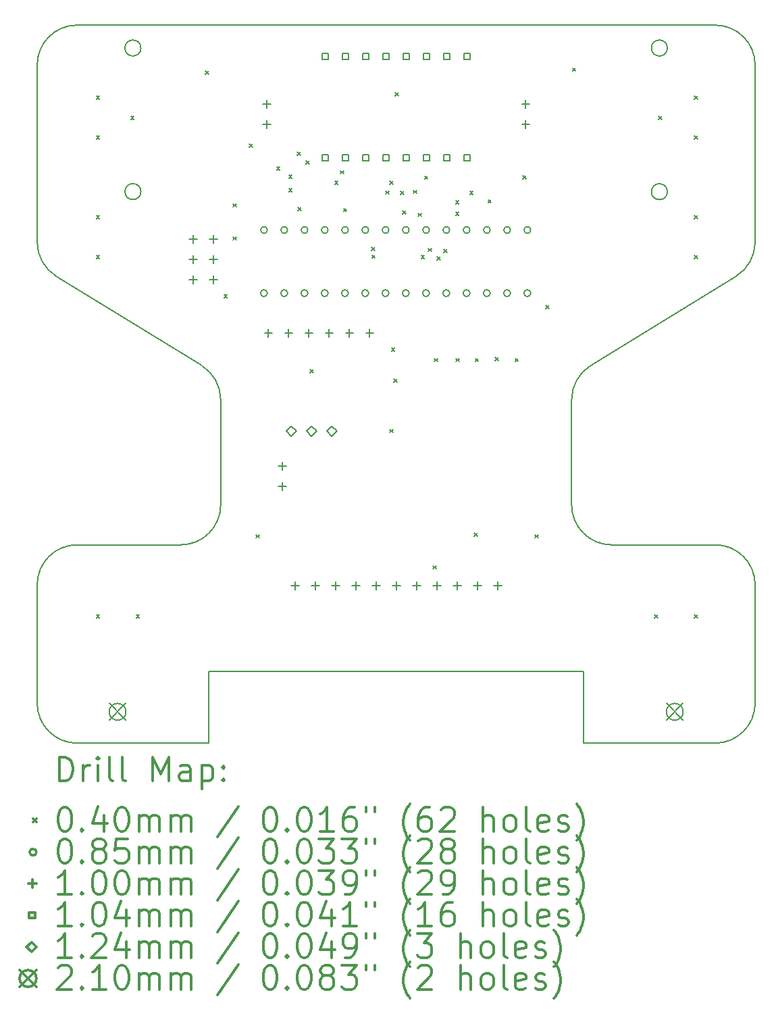
<source format=gbr>
%FSLAX45Y45*%
G04 Gerber Fmt 4.5, Leading zero omitted, Abs format (unit mm)*
G04 Created by KiCad (PCBNEW (5.1.6)-1) date 2022-02-26 01:22:01*
%MOMM*%
%LPD*%
G01*
G04 APERTURE LIST*
%TA.AperFunction,Profile*%
%ADD10C,0.150000*%
%TD*%
%TA.AperFunction,Profile*%
%ADD11C,0.200000*%
%TD*%
%ADD12C,0.200000*%
%ADD13C,0.300000*%
G04 APERTURE END LIST*
D10*
X17039000Y-6179000D02*
G75*
G03*
X17039000Y-6179000I-100000J0D01*
G01*
X17039000Y-4379000D02*
G75*
G03*
X17039000Y-4379000I-100000J0D01*
G01*
X23639000Y-6180000D02*
G75*
G03*
X23639000Y-6180000I-100000J0D01*
G01*
X23639000Y-4379000D02*
G75*
G03*
X23639000Y-4379000I-100000J0D01*
G01*
D11*
X24739000Y-12592000D02*
G75*
G02*
X24239000Y-13092000I-500000J0D01*
G01*
X22439000Y-8785613D02*
G75*
G02*
X22677108Y-8359806I500000J-119D01*
G01*
X18039000Y-8785732D02*
X18039000Y-10106214D01*
X24739000Y-6812600D02*
G75*
G02*
X24500891Y-7238407I-500000J119D01*
G01*
X15977108Y-7238407D02*
X17800891Y-8359806D01*
X24239000Y-4092000D02*
X16239000Y-4092000D01*
X15739000Y-11106214D02*
G75*
G02*
X16239000Y-10606214I500000J0D01*
G01*
X24239000Y-10606214D02*
G75*
G02*
X24739000Y-11106214I0J-500000D01*
G01*
X15739000Y-4592000D02*
X15739000Y-6812481D01*
X24739000Y-6812481D02*
X24739000Y-4592000D01*
X22939000Y-10606214D02*
G75*
G02*
X22439000Y-10106214I0J500000D01*
G01*
X15739000Y-4592000D02*
G75*
G02*
X16239000Y-4092000I500000J0D01*
G01*
X18039000Y-10106214D02*
G75*
G02*
X17539000Y-10606214I-500000J0D01*
G01*
X24239000Y-4092000D02*
G75*
G02*
X24739000Y-4592000I0J-500000D01*
G01*
X16239000Y-13092000D02*
G75*
G02*
X15739000Y-12592000I0J500000D01*
G01*
X15977007Y-7238345D02*
G75*
G02*
X15739000Y-6812481I261993J425864D01*
G01*
X17800993Y-8359869D02*
G75*
G02*
X18039000Y-8785732I-261993J-425864D01*
G01*
X17889000Y-12192000D02*
X22589000Y-12192000D01*
X22589000Y-13092000D02*
X24239000Y-13092000D01*
X15739000Y-11106214D02*
X15739000Y-12592000D01*
X22589000Y-12192000D02*
X22589000Y-13092000D01*
X24239000Y-10606214D02*
X22939000Y-10606214D01*
X24739000Y-12592000D02*
X24739000Y-11106214D01*
X22677108Y-8359806D02*
X24500891Y-7238407D01*
X17539000Y-10606214D02*
X16239000Y-10606214D01*
X16239000Y-13092000D02*
X17889000Y-13092000D01*
X22439000Y-10106214D02*
X22439000Y-8785732D01*
X17889000Y-13092000D02*
X17889000Y-12192000D01*
D12*
X16480000Y-4980000D02*
X16520000Y-5020000D01*
X16520000Y-4980000D02*
X16480000Y-5020000D01*
X16480000Y-5480000D02*
X16520000Y-5520000D01*
X16520000Y-5480000D02*
X16480000Y-5520000D01*
X16480000Y-6480000D02*
X16520000Y-6520000D01*
X16520000Y-6480000D02*
X16480000Y-6520000D01*
X16480000Y-6980000D02*
X16520000Y-7020000D01*
X16520000Y-6980000D02*
X16480000Y-7020000D01*
X16480000Y-11480000D02*
X16520000Y-11520000D01*
X16520000Y-11480000D02*
X16480000Y-11520000D01*
X16912000Y-5235000D02*
X16952000Y-5275000D01*
X16952000Y-5235000D02*
X16912000Y-5275000D01*
X16980000Y-11480000D02*
X17020000Y-11520000D01*
X17020000Y-11480000D02*
X16980000Y-11520000D01*
X17850000Y-4670000D02*
X17890000Y-4710000D01*
X17890000Y-4670000D02*
X17850000Y-4710000D01*
X18080000Y-7470000D02*
X18120000Y-7510000D01*
X18120000Y-7470000D02*
X18080000Y-7510000D01*
X18195000Y-6330000D02*
X18235000Y-6370000D01*
X18235000Y-6330000D02*
X18195000Y-6370000D01*
X18197000Y-6747000D02*
X18237000Y-6787000D01*
X18237000Y-6747000D02*
X18197000Y-6787000D01*
X18400000Y-5580000D02*
X18440000Y-5620000D01*
X18440000Y-5580000D02*
X18400000Y-5620000D01*
X18480000Y-10480000D02*
X18520000Y-10520000D01*
X18520000Y-10480000D02*
X18480000Y-10520000D01*
X18740000Y-5870000D02*
X18780000Y-5910000D01*
X18780000Y-5870000D02*
X18740000Y-5910000D01*
X18893000Y-5969000D02*
X18933000Y-6009000D01*
X18933000Y-5969000D02*
X18893000Y-6009000D01*
X18893000Y-6138000D02*
X18933000Y-6178000D01*
X18933000Y-6138000D02*
X18893000Y-6178000D01*
X19002235Y-5684235D02*
X19042235Y-5724235D01*
X19042235Y-5684235D02*
X19002235Y-5724235D01*
X19010000Y-6380000D02*
X19050000Y-6420000D01*
X19050000Y-6380000D02*
X19010000Y-6420000D01*
X19109000Y-5791000D02*
X19149000Y-5831000D01*
X19149000Y-5791000D02*
X19109000Y-5831000D01*
X19160000Y-8410000D02*
X19200000Y-8450000D01*
X19200000Y-8410000D02*
X19160000Y-8450000D01*
X19470000Y-6050000D02*
X19510000Y-6090000D01*
X19510000Y-6050000D02*
X19470000Y-6090000D01*
X19540735Y-5915735D02*
X19580735Y-5955735D01*
X19580735Y-5915735D02*
X19540735Y-5955735D01*
X19580000Y-6390000D02*
X19620000Y-6430000D01*
X19620000Y-6390000D02*
X19580000Y-6430000D01*
X19930000Y-6875000D02*
X19970000Y-6915000D01*
X19970000Y-6875000D02*
X19930000Y-6915000D01*
X19936000Y-6975000D02*
X19976000Y-7015000D01*
X19976000Y-6975000D02*
X19936000Y-7015000D01*
X20108000Y-6170000D02*
X20148000Y-6210000D01*
X20148000Y-6170000D02*
X20108000Y-6210000D01*
X20160000Y-9160000D02*
X20200000Y-9200000D01*
X20200000Y-9160000D02*
X20160000Y-9200000D01*
X20162000Y-6047000D02*
X20202000Y-6087000D01*
X20202000Y-6047000D02*
X20162000Y-6087000D01*
X20180000Y-8140000D02*
X20220000Y-8180000D01*
X20220000Y-8140000D02*
X20180000Y-8180000D01*
X20210000Y-8530000D02*
X20250000Y-8570000D01*
X20250000Y-8530000D02*
X20210000Y-8570000D01*
X20230000Y-4940000D02*
X20270000Y-4980000D01*
X20270000Y-4940000D02*
X20230000Y-4980000D01*
X20295625Y-6177000D02*
X20335625Y-6217000D01*
X20335625Y-6177000D02*
X20295625Y-6217000D01*
X20320000Y-6420000D02*
X20360000Y-6460000D01*
X20360000Y-6420000D02*
X20320000Y-6460000D01*
X20457000Y-6162000D02*
X20497000Y-6202000D01*
X20497000Y-6162000D02*
X20457000Y-6202000D01*
X20512000Y-6449000D02*
X20552000Y-6489000D01*
X20552000Y-6449000D02*
X20512000Y-6489000D01*
X20552000Y-6981000D02*
X20592000Y-7021000D01*
X20592000Y-6981000D02*
X20552000Y-7021000D01*
X20595000Y-5983000D02*
X20635000Y-6023000D01*
X20635000Y-5983000D02*
X20595000Y-6023000D01*
X20643031Y-6891031D02*
X20683031Y-6931031D01*
X20683031Y-6891031D02*
X20643031Y-6931031D01*
X20700000Y-10870000D02*
X20740000Y-10910000D01*
X20740000Y-10870000D02*
X20700000Y-10910000D01*
X20720000Y-8270000D02*
X20760000Y-8310000D01*
X20760000Y-8270000D02*
X20720000Y-8310000D01*
X20752000Y-6993000D02*
X20792000Y-7033000D01*
X20792000Y-6993000D02*
X20752000Y-7033000D01*
X20836061Y-6903061D02*
X20876061Y-6943061D01*
X20876061Y-6903061D02*
X20836061Y-6943061D01*
X20984000Y-6290500D02*
X21024000Y-6330500D01*
X21024000Y-6290500D02*
X20984000Y-6330500D01*
X20984000Y-6435500D02*
X21024000Y-6475500D01*
X21024000Y-6435500D02*
X20984000Y-6475500D01*
X20990000Y-8270000D02*
X21030000Y-8310000D01*
X21030000Y-8270000D02*
X20990000Y-8310000D01*
X21162042Y-6177000D02*
X21202042Y-6217000D01*
X21202042Y-6177000D02*
X21162042Y-6217000D01*
X21220000Y-10460000D02*
X21260000Y-10500000D01*
X21260000Y-10460000D02*
X21220000Y-10500000D01*
X21230000Y-8270000D02*
X21270000Y-8310000D01*
X21270000Y-8270000D02*
X21230000Y-8310000D01*
X21390000Y-6281000D02*
X21430000Y-6321000D01*
X21430000Y-6281000D02*
X21390000Y-6321000D01*
X21480000Y-8260000D02*
X21520000Y-8300000D01*
X21520000Y-8260000D02*
X21480000Y-8300000D01*
X21730000Y-8270000D02*
X21770000Y-8310000D01*
X21770000Y-8270000D02*
X21730000Y-8310000D01*
X21830000Y-5980000D02*
X21870000Y-6020000D01*
X21870000Y-5980000D02*
X21830000Y-6020000D01*
X21980000Y-10480000D02*
X22020000Y-10520000D01*
X22020000Y-10480000D02*
X21980000Y-10520000D01*
X22118000Y-7608000D02*
X22158000Y-7648000D01*
X22158000Y-7608000D02*
X22118000Y-7648000D01*
X22450000Y-4630000D02*
X22490000Y-4670000D01*
X22490000Y-4630000D02*
X22450000Y-4670000D01*
X23480000Y-11480000D02*
X23520000Y-11520000D01*
X23520000Y-11480000D02*
X23480000Y-11520000D01*
X23530000Y-5235000D02*
X23570000Y-5275000D01*
X23570000Y-5235000D02*
X23530000Y-5275000D01*
X23980000Y-4980000D02*
X24020000Y-5020000D01*
X24020000Y-4980000D02*
X23980000Y-5020000D01*
X23980000Y-5480000D02*
X24020000Y-5520000D01*
X24020000Y-5480000D02*
X23980000Y-5520000D01*
X23980000Y-6480000D02*
X24020000Y-6520000D01*
X24020000Y-6480000D02*
X23980000Y-6520000D01*
X23980000Y-6980000D02*
X24020000Y-7020000D01*
X24020000Y-6980000D02*
X23980000Y-7020000D01*
X23980000Y-11480000D02*
X24020000Y-11520000D01*
X24020000Y-11480000D02*
X23980000Y-11520000D01*
X18624500Y-6660000D02*
G75*
G03*
X18624500Y-6660000I-42500J0D01*
G01*
X18624500Y-7452000D02*
G75*
G03*
X18624500Y-7452000I-42500J0D01*
G01*
X18878500Y-6660000D02*
G75*
G03*
X18878500Y-6660000I-42500J0D01*
G01*
X18878500Y-7452000D02*
G75*
G03*
X18878500Y-7452000I-42500J0D01*
G01*
X19132500Y-6660000D02*
G75*
G03*
X19132500Y-6660000I-42500J0D01*
G01*
X19132500Y-7452000D02*
G75*
G03*
X19132500Y-7452000I-42500J0D01*
G01*
X19386500Y-6660000D02*
G75*
G03*
X19386500Y-6660000I-42500J0D01*
G01*
X19386500Y-7452000D02*
G75*
G03*
X19386500Y-7452000I-42500J0D01*
G01*
X19640500Y-6660000D02*
G75*
G03*
X19640500Y-6660000I-42500J0D01*
G01*
X19640500Y-7452000D02*
G75*
G03*
X19640500Y-7452000I-42500J0D01*
G01*
X19894500Y-6660000D02*
G75*
G03*
X19894500Y-6660000I-42500J0D01*
G01*
X19894500Y-7452000D02*
G75*
G03*
X19894500Y-7452000I-42500J0D01*
G01*
X20148500Y-6660000D02*
G75*
G03*
X20148500Y-6660000I-42500J0D01*
G01*
X20148500Y-7452000D02*
G75*
G03*
X20148500Y-7452000I-42500J0D01*
G01*
X20402500Y-6660000D02*
G75*
G03*
X20402500Y-6660000I-42500J0D01*
G01*
X20402500Y-7452000D02*
G75*
G03*
X20402500Y-7452000I-42500J0D01*
G01*
X20656500Y-6660000D02*
G75*
G03*
X20656500Y-6660000I-42500J0D01*
G01*
X20656500Y-7452000D02*
G75*
G03*
X20656500Y-7452000I-42500J0D01*
G01*
X20910500Y-6660000D02*
G75*
G03*
X20910500Y-6660000I-42500J0D01*
G01*
X20910500Y-7452000D02*
G75*
G03*
X20910500Y-7452000I-42500J0D01*
G01*
X21164500Y-6660000D02*
G75*
G03*
X21164500Y-6660000I-42500J0D01*
G01*
X21164500Y-7452000D02*
G75*
G03*
X21164500Y-7452000I-42500J0D01*
G01*
X21418500Y-6660000D02*
G75*
G03*
X21418500Y-6660000I-42500J0D01*
G01*
X21418500Y-7452000D02*
G75*
G03*
X21418500Y-7452000I-42500J0D01*
G01*
X21672500Y-6660000D02*
G75*
G03*
X21672500Y-6660000I-42500J0D01*
G01*
X21672500Y-7452000D02*
G75*
G03*
X21672500Y-7452000I-42500J0D01*
G01*
X21926500Y-6660000D02*
G75*
G03*
X21926500Y-6660000I-42500J0D01*
G01*
X21926500Y-7452000D02*
G75*
G03*
X21926500Y-7452000I-42500J0D01*
G01*
X18809000Y-9568000D02*
X18809000Y-9668000D01*
X18759000Y-9618000D02*
X18859000Y-9618000D01*
X18809000Y-9822000D02*
X18809000Y-9922000D01*
X18759000Y-9872000D02*
X18859000Y-9872000D01*
X18638000Y-7899000D02*
X18638000Y-7999000D01*
X18588000Y-7949000D02*
X18688000Y-7949000D01*
X18892000Y-7899000D02*
X18892000Y-7999000D01*
X18842000Y-7949000D02*
X18942000Y-7949000D01*
X19146000Y-7899000D02*
X19146000Y-7999000D01*
X19096000Y-7949000D02*
X19196000Y-7949000D01*
X19400000Y-7899000D02*
X19400000Y-7999000D01*
X19350000Y-7949000D02*
X19450000Y-7949000D01*
X19654000Y-7899000D02*
X19654000Y-7999000D01*
X19604000Y-7949000D02*
X19704000Y-7949000D01*
X19908000Y-7899000D02*
X19908000Y-7999000D01*
X19858000Y-7949000D02*
X19958000Y-7949000D01*
X17697000Y-6726000D02*
X17697000Y-6826000D01*
X17647000Y-6776000D02*
X17747000Y-6776000D01*
X17697000Y-6980000D02*
X17697000Y-7080000D01*
X17647000Y-7030000D02*
X17747000Y-7030000D01*
X17697000Y-7234000D02*
X17697000Y-7334000D01*
X17647000Y-7284000D02*
X17747000Y-7284000D01*
X17951000Y-6726000D02*
X17951000Y-6826000D01*
X17901000Y-6776000D02*
X18001000Y-6776000D01*
X17951000Y-6980000D02*
X17951000Y-7080000D01*
X17901000Y-7030000D02*
X18001000Y-7030000D01*
X17951000Y-7234000D02*
X17951000Y-7334000D01*
X17901000Y-7284000D02*
X18001000Y-7284000D01*
X18970000Y-11068000D02*
X18970000Y-11168000D01*
X18920000Y-11118000D02*
X19020000Y-11118000D01*
X19224000Y-11068000D02*
X19224000Y-11168000D01*
X19174000Y-11118000D02*
X19274000Y-11118000D01*
X19478000Y-11068000D02*
X19478000Y-11168000D01*
X19428000Y-11118000D02*
X19528000Y-11118000D01*
X19732000Y-11068000D02*
X19732000Y-11168000D01*
X19682000Y-11118000D02*
X19782000Y-11118000D01*
X19986000Y-11068000D02*
X19986000Y-11168000D01*
X19936000Y-11118000D02*
X20036000Y-11118000D01*
X20240000Y-11068000D02*
X20240000Y-11168000D01*
X20190000Y-11118000D02*
X20290000Y-11118000D01*
X20494000Y-11068000D02*
X20494000Y-11168000D01*
X20444000Y-11118000D02*
X20544000Y-11118000D01*
X20748000Y-11068000D02*
X20748000Y-11168000D01*
X20698000Y-11118000D02*
X20798000Y-11118000D01*
X21002000Y-11068000D02*
X21002000Y-11168000D01*
X20952000Y-11118000D02*
X21052000Y-11118000D01*
X21256000Y-11068000D02*
X21256000Y-11168000D01*
X21206000Y-11118000D02*
X21306000Y-11118000D01*
X21510000Y-11068000D02*
X21510000Y-11168000D01*
X21460000Y-11118000D02*
X21560000Y-11118000D01*
X18616000Y-5034000D02*
X18616000Y-5134000D01*
X18566000Y-5084000D02*
X18666000Y-5084000D01*
X18616000Y-5288000D02*
X18616000Y-5388000D01*
X18566000Y-5338000D02*
X18666000Y-5338000D01*
X21864000Y-5030000D02*
X21864000Y-5130000D01*
X21814000Y-5080000D02*
X21914000Y-5080000D01*
X21864000Y-5284000D02*
X21864000Y-5384000D01*
X21814000Y-5334000D02*
X21914000Y-5334000D01*
X19387770Y-4521770D02*
X19387770Y-4448230D01*
X19314230Y-4448230D01*
X19314230Y-4521770D01*
X19387770Y-4521770D01*
X19387770Y-5791770D02*
X19387770Y-5718230D01*
X19314230Y-5718230D01*
X19314230Y-5791770D01*
X19387770Y-5791770D01*
X19641770Y-4521770D02*
X19641770Y-4448230D01*
X19568230Y-4448230D01*
X19568230Y-4521770D01*
X19641770Y-4521770D01*
X19641770Y-5791770D02*
X19641770Y-5718230D01*
X19568230Y-5718230D01*
X19568230Y-5791770D01*
X19641770Y-5791770D01*
X19895770Y-4521770D02*
X19895770Y-4448230D01*
X19822230Y-4448230D01*
X19822230Y-4521770D01*
X19895770Y-4521770D01*
X19895770Y-5791770D02*
X19895770Y-5718230D01*
X19822230Y-5718230D01*
X19822230Y-5791770D01*
X19895770Y-5791770D01*
X20149770Y-4521770D02*
X20149770Y-4448230D01*
X20076230Y-4448230D01*
X20076230Y-4521770D01*
X20149770Y-4521770D01*
X20149770Y-5791770D02*
X20149770Y-5718230D01*
X20076230Y-5718230D01*
X20076230Y-5791770D01*
X20149770Y-5791770D01*
X20403770Y-4521770D02*
X20403770Y-4448230D01*
X20330230Y-4448230D01*
X20330230Y-4521770D01*
X20403770Y-4521770D01*
X20403770Y-5791770D02*
X20403770Y-5718230D01*
X20330230Y-5718230D01*
X20330230Y-5791770D01*
X20403770Y-5791770D01*
X20657770Y-4521770D02*
X20657770Y-4448230D01*
X20584230Y-4448230D01*
X20584230Y-4521770D01*
X20657770Y-4521770D01*
X20657770Y-5791770D02*
X20657770Y-5718230D01*
X20584230Y-5718230D01*
X20584230Y-5791770D01*
X20657770Y-5791770D01*
X20911770Y-4521770D02*
X20911770Y-4448230D01*
X20838230Y-4448230D01*
X20838230Y-4521770D01*
X20911770Y-4521770D01*
X20911770Y-5791770D02*
X20911770Y-5718230D01*
X20838230Y-5718230D01*
X20838230Y-5791770D01*
X20911770Y-5791770D01*
X21165770Y-4521770D02*
X21165770Y-4448230D01*
X21092230Y-4448230D01*
X21092230Y-4521770D01*
X21165770Y-4521770D01*
X21165770Y-5791770D02*
X21165770Y-5718230D01*
X21092230Y-5718230D01*
X21092230Y-5791770D01*
X21165770Y-5791770D01*
X18925000Y-9244000D02*
X18987000Y-9182000D01*
X18925000Y-9120000D01*
X18863000Y-9182000D01*
X18925000Y-9244000D01*
X19179000Y-9244000D02*
X19241000Y-9182000D01*
X19179000Y-9120000D01*
X19117000Y-9182000D01*
X19179000Y-9244000D01*
X19433000Y-9244000D02*
X19495000Y-9182000D01*
X19433000Y-9120000D01*
X19371000Y-9182000D01*
X19433000Y-9244000D01*
X16641500Y-12594000D02*
X16851500Y-12804000D01*
X16851500Y-12594000D02*
X16641500Y-12804000D01*
X16851500Y-12699000D02*
G75*
G03*
X16851500Y-12699000I-105000J0D01*
G01*
X23626500Y-12594000D02*
X23836500Y-12804000D01*
X23836500Y-12594000D02*
X23626500Y-12804000D01*
X23836500Y-12699000D02*
G75*
G03*
X23836500Y-12699000I-105000J0D01*
G01*
D13*
X16015428Y-13567714D02*
X16015428Y-13267714D01*
X16086857Y-13267714D01*
X16129714Y-13282000D01*
X16158286Y-13310571D01*
X16172571Y-13339143D01*
X16186857Y-13396286D01*
X16186857Y-13439143D01*
X16172571Y-13496286D01*
X16158286Y-13524857D01*
X16129714Y-13553429D01*
X16086857Y-13567714D01*
X16015428Y-13567714D01*
X16315428Y-13567714D02*
X16315428Y-13367714D01*
X16315428Y-13424857D02*
X16329714Y-13396286D01*
X16344000Y-13382000D01*
X16372571Y-13367714D01*
X16401143Y-13367714D01*
X16501143Y-13567714D02*
X16501143Y-13367714D01*
X16501143Y-13267714D02*
X16486857Y-13282000D01*
X16501143Y-13296286D01*
X16515428Y-13282000D01*
X16501143Y-13267714D01*
X16501143Y-13296286D01*
X16686857Y-13567714D02*
X16658286Y-13553429D01*
X16644000Y-13524857D01*
X16644000Y-13267714D01*
X16844000Y-13567714D02*
X16815428Y-13553429D01*
X16801143Y-13524857D01*
X16801143Y-13267714D01*
X17186857Y-13567714D02*
X17186857Y-13267714D01*
X17286857Y-13482000D01*
X17386857Y-13267714D01*
X17386857Y-13567714D01*
X17658286Y-13567714D02*
X17658286Y-13410571D01*
X17644000Y-13382000D01*
X17615428Y-13367714D01*
X17558286Y-13367714D01*
X17529714Y-13382000D01*
X17658286Y-13553429D02*
X17629714Y-13567714D01*
X17558286Y-13567714D01*
X17529714Y-13553429D01*
X17515428Y-13524857D01*
X17515428Y-13496286D01*
X17529714Y-13467714D01*
X17558286Y-13453429D01*
X17629714Y-13453429D01*
X17658286Y-13439143D01*
X17801143Y-13367714D02*
X17801143Y-13667714D01*
X17801143Y-13382000D02*
X17829714Y-13367714D01*
X17886857Y-13367714D01*
X17915428Y-13382000D01*
X17929714Y-13396286D01*
X17944000Y-13424857D01*
X17944000Y-13510571D01*
X17929714Y-13539143D01*
X17915428Y-13553429D01*
X17886857Y-13567714D01*
X17829714Y-13567714D01*
X17801143Y-13553429D01*
X18072571Y-13539143D02*
X18086857Y-13553429D01*
X18072571Y-13567714D01*
X18058286Y-13553429D01*
X18072571Y-13539143D01*
X18072571Y-13567714D01*
X18072571Y-13382000D02*
X18086857Y-13396286D01*
X18072571Y-13410571D01*
X18058286Y-13396286D01*
X18072571Y-13382000D01*
X18072571Y-13410571D01*
X15689000Y-14042000D02*
X15729000Y-14082000D01*
X15729000Y-14042000D02*
X15689000Y-14082000D01*
X16072571Y-13897714D02*
X16101143Y-13897714D01*
X16129714Y-13912000D01*
X16144000Y-13926286D01*
X16158286Y-13954857D01*
X16172571Y-14012000D01*
X16172571Y-14083429D01*
X16158286Y-14140571D01*
X16144000Y-14169143D01*
X16129714Y-14183429D01*
X16101143Y-14197714D01*
X16072571Y-14197714D01*
X16044000Y-14183429D01*
X16029714Y-14169143D01*
X16015428Y-14140571D01*
X16001143Y-14083429D01*
X16001143Y-14012000D01*
X16015428Y-13954857D01*
X16029714Y-13926286D01*
X16044000Y-13912000D01*
X16072571Y-13897714D01*
X16301143Y-14169143D02*
X16315428Y-14183429D01*
X16301143Y-14197714D01*
X16286857Y-14183429D01*
X16301143Y-14169143D01*
X16301143Y-14197714D01*
X16572571Y-13997714D02*
X16572571Y-14197714D01*
X16501143Y-13883429D02*
X16429714Y-14097714D01*
X16615428Y-14097714D01*
X16786857Y-13897714D02*
X16815428Y-13897714D01*
X16844000Y-13912000D01*
X16858286Y-13926286D01*
X16872571Y-13954857D01*
X16886857Y-14012000D01*
X16886857Y-14083429D01*
X16872571Y-14140571D01*
X16858286Y-14169143D01*
X16844000Y-14183429D01*
X16815428Y-14197714D01*
X16786857Y-14197714D01*
X16758286Y-14183429D01*
X16744000Y-14169143D01*
X16729714Y-14140571D01*
X16715428Y-14083429D01*
X16715428Y-14012000D01*
X16729714Y-13954857D01*
X16744000Y-13926286D01*
X16758286Y-13912000D01*
X16786857Y-13897714D01*
X17015428Y-14197714D02*
X17015428Y-13997714D01*
X17015428Y-14026286D02*
X17029714Y-14012000D01*
X17058286Y-13997714D01*
X17101143Y-13997714D01*
X17129714Y-14012000D01*
X17144000Y-14040571D01*
X17144000Y-14197714D01*
X17144000Y-14040571D02*
X17158286Y-14012000D01*
X17186857Y-13997714D01*
X17229714Y-13997714D01*
X17258286Y-14012000D01*
X17272571Y-14040571D01*
X17272571Y-14197714D01*
X17415428Y-14197714D02*
X17415428Y-13997714D01*
X17415428Y-14026286D02*
X17429714Y-14012000D01*
X17458286Y-13997714D01*
X17501143Y-13997714D01*
X17529714Y-14012000D01*
X17544000Y-14040571D01*
X17544000Y-14197714D01*
X17544000Y-14040571D02*
X17558286Y-14012000D01*
X17586857Y-13997714D01*
X17629714Y-13997714D01*
X17658286Y-14012000D01*
X17672571Y-14040571D01*
X17672571Y-14197714D01*
X18258286Y-13883429D02*
X18001143Y-14269143D01*
X18644000Y-13897714D02*
X18672571Y-13897714D01*
X18701143Y-13912000D01*
X18715428Y-13926286D01*
X18729714Y-13954857D01*
X18744000Y-14012000D01*
X18744000Y-14083429D01*
X18729714Y-14140571D01*
X18715428Y-14169143D01*
X18701143Y-14183429D01*
X18672571Y-14197714D01*
X18644000Y-14197714D01*
X18615428Y-14183429D01*
X18601143Y-14169143D01*
X18586857Y-14140571D01*
X18572571Y-14083429D01*
X18572571Y-14012000D01*
X18586857Y-13954857D01*
X18601143Y-13926286D01*
X18615428Y-13912000D01*
X18644000Y-13897714D01*
X18872571Y-14169143D02*
X18886857Y-14183429D01*
X18872571Y-14197714D01*
X18858286Y-14183429D01*
X18872571Y-14169143D01*
X18872571Y-14197714D01*
X19072571Y-13897714D02*
X19101143Y-13897714D01*
X19129714Y-13912000D01*
X19144000Y-13926286D01*
X19158286Y-13954857D01*
X19172571Y-14012000D01*
X19172571Y-14083429D01*
X19158286Y-14140571D01*
X19144000Y-14169143D01*
X19129714Y-14183429D01*
X19101143Y-14197714D01*
X19072571Y-14197714D01*
X19044000Y-14183429D01*
X19029714Y-14169143D01*
X19015428Y-14140571D01*
X19001143Y-14083429D01*
X19001143Y-14012000D01*
X19015428Y-13954857D01*
X19029714Y-13926286D01*
X19044000Y-13912000D01*
X19072571Y-13897714D01*
X19458286Y-14197714D02*
X19286857Y-14197714D01*
X19372571Y-14197714D02*
X19372571Y-13897714D01*
X19344000Y-13940571D01*
X19315428Y-13969143D01*
X19286857Y-13983429D01*
X19715428Y-13897714D02*
X19658286Y-13897714D01*
X19629714Y-13912000D01*
X19615428Y-13926286D01*
X19586857Y-13969143D01*
X19572571Y-14026286D01*
X19572571Y-14140571D01*
X19586857Y-14169143D01*
X19601143Y-14183429D01*
X19629714Y-14197714D01*
X19686857Y-14197714D01*
X19715428Y-14183429D01*
X19729714Y-14169143D01*
X19744000Y-14140571D01*
X19744000Y-14069143D01*
X19729714Y-14040571D01*
X19715428Y-14026286D01*
X19686857Y-14012000D01*
X19629714Y-14012000D01*
X19601143Y-14026286D01*
X19586857Y-14040571D01*
X19572571Y-14069143D01*
X19858286Y-13897714D02*
X19858286Y-13954857D01*
X19972571Y-13897714D02*
X19972571Y-13954857D01*
X20415428Y-14312000D02*
X20401143Y-14297714D01*
X20372571Y-14254857D01*
X20358286Y-14226286D01*
X20344000Y-14183429D01*
X20329714Y-14112000D01*
X20329714Y-14054857D01*
X20344000Y-13983429D01*
X20358286Y-13940571D01*
X20372571Y-13912000D01*
X20401143Y-13869143D01*
X20415428Y-13854857D01*
X20658286Y-13897714D02*
X20601143Y-13897714D01*
X20572571Y-13912000D01*
X20558286Y-13926286D01*
X20529714Y-13969143D01*
X20515428Y-14026286D01*
X20515428Y-14140571D01*
X20529714Y-14169143D01*
X20544000Y-14183429D01*
X20572571Y-14197714D01*
X20629714Y-14197714D01*
X20658286Y-14183429D01*
X20672571Y-14169143D01*
X20686857Y-14140571D01*
X20686857Y-14069143D01*
X20672571Y-14040571D01*
X20658286Y-14026286D01*
X20629714Y-14012000D01*
X20572571Y-14012000D01*
X20544000Y-14026286D01*
X20529714Y-14040571D01*
X20515428Y-14069143D01*
X20801143Y-13926286D02*
X20815428Y-13912000D01*
X20844000Y-13897714D01*
X20915428Y-13897714D01*
X20944000Y-13912000D01*
X20958286Y-13926286D01*
X20972571Y-13954857D01*
X20972571Y-13983429D01*
X20958286Y-14026286D01*
X20786857Y-14197714D01*
X20972571Y-14197714D01*
X21329714Y-14197714D02*
X21329714Y-13897714D01*
X21458286Y-14197714D02*
X21458286Y-14040571D01*
X21444000Y-14012000D01*
X21415428Y-13997714D01*
X21372571Y-13997714D01*
X21344000Y-14012000D01*
X21329714Y-14026286D01*
X21644000Y-14197714D02*
X21615428Y-14183429D01*
X21601143Y-14169143D01*
X21586857Y-14140571D01*
X21586857Y-14054857D01*
X21601143Y-14026286D01*
X21615428Y-14012000D01*
X21644000Y-13997714D01*
X21686857Y-13997714D01*
X21715428Y-14012000D01*
X21729714Y-14026286D01*
X21744000Y-14054857D01*
X21744000Y-14140571D01*
X21729714Y-14169143D01*
X21715428Y-14183429D01*
X21686857Y-14197714D01*
X21644000Y-14197714D01*
X21915428Y-14197714D02*
X21886857Y-14183429D01*
X21872571Y-14154857D01*
X21872571Y-13897714D01*
X22144000Y-14183429D02*
X22115428Y-14197714D01*
X22058286Y-14197714D01*
X22029714Y-14183429D01*
X22015428Y-14154857D01*
X22015428Y-14040571D01*
X22029714Y-14012000D01*
X22058286Y-13997714D01*
X22115428Y-13997714D01*
X22144000Y-14012000D01*
X22158286Y-14040571D01*
X22158286Y-14069143D01*
X22015428Y-14097714D01*
X22272571Y-14183429D02*
X22301143Y-14197714D01*
X22358286Y-14197714D01*
X22386857Y-14183429D01*
X22401143Y-14154857D01*
X22401143Y-14140571D01*
X22386857Y-14112000D01*
X22358286Y-14097714D01*
X22315428Y-14097714D01*
X22286857Y-14083429D01*
X22272571Y-14054857D01*
X22272571Y-14040571D01*
X22286857Y-14012000D01*
X22315428Y-13997714D01*
X22358286Y-13997714D01*
X22386857Y-14012000D01*
X22501143Y-14312000D02*
X22515428Y-14297714D01*
X22544000Y-14254857D01*
X22558286Y-14226286D01*
X22572571Y-14183429D01*
X22586857Y-14112000D01*
X22586857Y-14054857D01*
X22572571Y-13983429D01*
X22558286Y-13940571D01*
X22544000Y-13912000D01*
X22515428Y-13869143D01*
X22501143Y-13854857D01*
X15729000Y-14458000D02*
G75*
G03*
X15729000Y-14458000I-42500J0D01*
G01*
X16072571Y-14293714D02*
X16101143Y-14293714D01*
X16129714Y-14308000D01*
X16144000Y-14322286D01*
X16158286Y-14350857D01*
X16172571Y-14408000D01*
X16172571Y-14479429D01*
X16158286Y-14536571D01*
X16144000Y-14565143D01*
X16129714Y-14579429D01*
X16101143Y-14593714D01*
X16072571Y-14593714D01*
X16044000Y-14579429D01*
X16029714Y-14565143D01*
X16015428Y-14536571D01*
X16001143Y-14479429D01*
X16001143Y-14408000D01*
X16015428Y-14350857D01*
X16029714Y-14322286D01*
X16044000Y-14308000D01*
X16072571Y-14293714D01*
X16301143Y-14565143D02*
X16315428Y-14579429D01*
X16301143Y-14593714D01*
X16286857Y-14579429D01*
X16301143Y-14565143D01*
X16301143Y-14593714D01*
X16486857Y-14422286D02*
X16458286Y-14408000D01*
X16444000Y-14393714D01*
X16429714Y-14365143D01*
X16429714Y-14350857D01*
X16444000Y-14322286D01*
X16458286Y-14308000D01*
X16486857Y-14293714D01*
X16544000Y-14293714D01*
X16572571Y-14308000D01*
X16586857Y-14322286D01*
X16601143Y-14350857D01*
X16601143Y-14365143D01*
X16586857Y-14393714D01*
X16572571Y-14408000D01*
X16544000Y-14422286D01*
X16486857Y-14422286D01*
X16458286Y-14436571D01*
X16444000Y-14450857D01*
X16429714Y-14479429D01*
X16429714Y-14536571D01*
X16444000Y-14565143D01*
X16458286Y-14579429D01*
X16486857Y-14593714D01*
X16544000Y-14593714D01*
X16572571Y-14579429D01*
X16586857Y-14565143D01*
X16601143Y-14536571D01*
X16601143Y-14479429D01*
X16586857Y-14450857D01*
X16572571Y-14436571D01*
X16544000Y-14422286D01*
X16872571Y-14293714D02*
X16729714Y-14293714D01*
X16715428Y-14436571D01*
X16729714Y-14422286D01*
X16758286Y-14408000D01*
X16829714Y-14408000D01*
X16858286Y-14422286D01*
X16872571Y-14436571D01*
X16886857Y-14465143D01*
X16886857Y-14536571D01*
X16872571Y-14565143D01*
X16858286Y-14579429D01*
X16829714Y-14593714D01*
X16758286Y-14593714D01*
X16729714Y-14579429D01*
X16715428Y-14565143D01*
X17015428Y-14593714D02*
X17015428Y-14393714D01*
X17015428Y-14422286D02*
X17029714Y-14408000D01*
X17058286Y-14393714D01*
X17101143Y-14393714D01*
X17129714Y-14408000D01*
X17144000Y-14436571D01*
X17144000Y-14593714D01*
X17144000Y-14436571D02*
X17158286Y-14408000D01*
X17186857Y-14393714D01*
X17229714Y-14393714D01*
X17258286Y-14408000D01*
X17272571Y-14436571D01*
X17272571Y-14593714D01*
X17415428Y-14593714D02*
X17415428Y-14393714D01*
X17415428Y-14422286D02*
X17429714Y-14408000D01*
X17458286Y-14393714D01*
X17501143Y-14393714D01*
X17529714Y-14408000D01*
X17544000Y-14436571D01*
X17544000Y-14593714D01*
X17544000Y-14436571D02*
X17558286Y-14408000D01*
X17586857Y-14393714D01*
X17629714Y-14393714D01*
X17658286Y-14408000D01*
X17672571Y-14436571D01*
X17672571Y-14593714D01*
X18258286Y-14279429D02*
X18001143Y-14665143D01*
X18644000Y-14293714D02*
X18672571Y-14293714D01*
X18701143Y-14308000D01*
X18715428Y-14322286D01*
X18729714Y-14350857D01*
X18744000Y-14408000D01*
X18744000Y-14479429D01*
X18729714Y-14536571D01*
X18715428Y-14565143D01*
X18701143Y-14579429D01*
X18672571Y-14593714D01*
X18644000Y-14593714D01*
X18615428Y-14579429D01*
X18601143Y-14565143D01*
X18586857Y-14536571D01*
X18572571Y-14479429D01*
X18572571Y-14408000D01*
X18586857Y-14350857D01*
X18601143Y-14322286D01*
X18615428Y-14308000D01*
X18644000Y-14293714D01*
X18872571Y-14565143D02*
X18886857Y-14579429D01*
X18872571Y-14593714D01*
X18858286Y-14579429D01*
X18872571Y-14565143D01*
X18872571Y-14593714D01*
X19072571Y-14293714D02*
X19101143Y-14293714D01*
X19129714Y-14308000D01*
X19144000Y-14322286D01*
X19158286Y-14350857D01*
X19172571Y-14408000D01*
X19172571Y-14479429D01*
X19158286Y-14536571D01*
X19144000Y-14565143D01*
X19129714Y-14579429D01*
X19101143Y-14593714D01*
X19072571Y-14593714D01*
X19044000Y-14579429D01*
X19029714Y-14565143D01*
X19015428Y-14536571D01*
X19001143Y-14479429D01*
X19001143Y-14408000D01*
X19015428Y-14350857D01*
X19029714Y-14322286D01*
X19044000Y-14308000D01*
X19072571Y-14293714D01*
X19272571Y-14293714D02*
X19458286Y-14293714D01*
X19358286Y-14408000D01*
X19401143Y-14408000D01*
X19429714Y-14422286D01*
X19444000Y-14436571D01*
X19458286Y-14465143D01*
X19458286Y-14536571D01*
X19444000Y-14565143D01*
X19429714Y-14579429D01*
X19401143Y-14593714D01*
X19315428Y-14593714D01*
X19286857Y-14579429D01*
X19272571Y-14565143D01*
X19558286Y-14293714D02*
X19744000Y-14293714D01*
X19644000Y-14408000D01*
X19686857Y-14408000D01*
X19715428Y-14422286D01*
X19729714Y-14436571D01*
X19744000Y-14465143D01*
X19744000Y-14536571D01*
X19729714Y-14565143D01*
X19715428Y-14579429D01*
X19686857Y-14593714D01*
X19601143Y-14593714D01*
X19572571Y-14579429D01*
X19558286Y-14565143D01*
X19858286Y-14293714D02*
X19858286Y-14350857D01*
X19972571Y-14293714D02*
X19972571Y-14350857D01*
X20415428Y-14708000D02*
X20401143Y-14693714D01*
X20372571Y-14650857D01*
X20358286Y-14622286D01*
X20344000Y-14579429D01*
X20329714Y-14508000D01*
X20329714Y-14450857D01*
X20344000Y-14379429D01*
X20358286Y-14336571D01*
X20372571Y-14308000D01*
X20401143Y-14265143D01*
X20415428Y-14250857D01*
X20515428Y-14322286D02*
X20529714Y-14308000D01*
X20558286Y-14293714D01*
X20629714Y-14293714D01*
X20658286Y-14308000D01*
X20672571Y-14322286D01*
X20686857Y-14350857D01*
X20686857Y-14379429D01*
X20672571Y-14422286D01*
X20501143Y-14593714D01*
X20686857Y-14593714D01*
X20858286Y-14422286D02*
X20829714Y-14408000D01*
X20815428Y-14393714D01*
X20801143Y-14365143D01*
X20801143Y-14350857D01*
X20815428Y-14322286D01*
X20829714Y-14308000D01*
X20858286Y-14293714D01*
X20915428Y-14293714D01*
X20944000Y-14308000D01*
X20958286Y-14322286D01*
X20972571Y-14350857D01*
X20972571Y-14365143D01*
X20958286Y-14393714D01*
X20944000Y-14408000D01*
X20915428Y-14422286D01*
X20858286Y-14422286D01*
X20829714Y-14436571D01*
X20815428Y-14450857D01*
X20801143Y-14479429D01*
X20801143Y-14536571D01*
X20815428Y-14565143D01*
X20829714Y-14579429D01*
X20858286Y-14593714D01*
X20915428Y-14593714D01*
X20944000Y-14579429D01*
X20958286Y-14565143D01*
X20972571Y-14536571D01*
X20972571Y-14479429D01*
X20958286Y-14450857D01*
X20944000Y-14436571D01*
X20915428Y-14422286D01*
X21329714Y-14593714D02*
X21329714Y-14293714D01*
X21458286Y-14593714D02*
X21458286Y-14436571D01*
X21444000Y-14408000D01*
X21415428Y-14393714D01*
X21372571Y-14393714D01*
X21344000Y-14408000D01*
X21329714Y-14422286D01*
X21644000Y-14593714D02*
X21615428Y-14579429D01*
X21601143Y-14565143D01*
X21586857Y-14536571D01*
X21586857Y-14450857D01*
X21601143Y-14422286D01*
X21615428Y-14408000D01*
X21644000Y-14393714D01*
X21686857Y-14393714D01*
X21715428Y-14408000D01*
X21729714Y-14422286D01*
X21744000Y-14450857D01*
X21744000Y-14536571D01*
X21729714Y-14565143D01*
X21715428Y-14579429D01*
X21686857Y-14593714D01*
X21644000Y-14593714D01*
X21915428Y-14593714D02*
X21886857Y-14579429D01*
X21872571Y-14550857D01*
X21872571Y-14293714D01*
X22144000Y-14579429D02*
X22115428Y-14593714D01*
X22058286Y-14593714D01*
X22029714Y-14579429D01*
X22015428Y-14550857D01*
X22015428Y-14436571D01*
X22029714Y-14408000D01*
X22058286Y-14393714D01*
X22115428Y-14393714D01*
X22144000Y-14408000D01*
X22158286Y-14436571D01*
X22158286Y-14465143D01*
X22015428Y-14493714D01*
X22272571Y-14579429D02*
X22301143Y-14593714D01*
X22358286Y-14593714D01*
X22386857Y-14579429D01*
X22401143Y-14550857D01*
X22401143Y-14536571D01*
X22386857Y-14508000D01*
X22358286Y-14493714D01*
X22315428Y-14493714D01*
X22286857Y-14479429D01*
X22272571Y-14450857D01*
X22272571Y-14436571D01*
X22286857Y-14408000D01*
X22315428Y-14393714D01*
X22358286Y-14393714D01*
X22386857Y-14408000D01*
X22501143Y-14708000D02*
X22515428Y-14693714D01*
X22544000Y-14650857D01*
X22558286Y-14622286D01*
X22572571Y-14579429D01*
X22586857Y-14508000D01*
X22586857Y-14450857D01*
X22572571Y-14379429D01*
X22558286Y-14336571D01*
X22544000Y-14308000D01*
X22515428Y-14265143D01*
X22501143Y-14250857D01*
X15679000Y-14804000D02*
X15679000Y-14904000D01*
X15629000Y-14854000D02*
X15729000Y-14854000D01*
X16172571Y-14989714D02*
X16001143Y-14989714D01*
X16086857Y-14989714D02*
X16086857Y-14689714D01*
X16058286Y-14732571D01*
X16029714Y-14761143D01*
X16001143Y-14775429D01*
X16301143Y-14961143D02*
X16315428Y-14975429D01*
X16301143Y-14989714D01*
X16286857Y-14975429D01*
X16301143Y-14961143D01*
X16301143Y-14989714D01*
X16501143Y-14689714D02*
X16529714Y-14689714D01*
X16558286Y-14704000D01*
X16572571Y-14718286D01*
X16586857Y-14746857D01*
X16601143Y-14804000D01*
X16601143Y-14875429D01*
X16586857Y-14932571D01*
X16572571Y-14961143D01*
X16558286Y-14975429D01*
X16529714Y-14989714D01*
X16501143Y-14989714D01*
X16472571Y-14975429D01*
X16458286Y-14961143D01*
X16444000Y-14932571D01*
X16429714Y-14875429D01*
X16429714Y-14804000D01*
X16444000Y-14746857D01*
X16458286Y-14718286D01*
X16472571Y-14704000D01*
X16501143Y-14689714D01*
X16786857Y-14689714D02*
X16815428Y-14689714D01*
X16844000Y-14704000D01*
X16858286Y-14718286D01*
X16872571Y-14746857D01*
X16886857Y-14804000D01*
X16886857Y-14875429D01*
X16872571Y-14932571D01*
X16858286Y-14961143D01*
X16844000Y-14975429D01*
X16815428Y-14989714D01*
X16786857Y-14989714D01*
X16758286Y-14975429D01*
X16744000Y-14961143D01*
X16729714Y-14932571D01*
X16715428Y-14875429D01*
X16715428Y-14804000D01*
X16729714Y-14746857D01*
X16744000Y-14718286D01*
X16758286Y-14704000D01*
X16786857Y-14689714D01*
X17015428Y-14989714D02*
X17015428Y-14789714D01*
X17015428Y-14818286D02*
X17029714Y-14804000D01*
X17058286Y-14789714D01*
X17101143Y-14789714D01*
X17129714Y-14804000D01*
X17144000Y-14832571D01*
X17144000Y-14989714D01*
X17144000Y-14832571D02*
X17158286Y-14804000D01*
X17186857Y-14789714D01*
X17229714Y-14789714D01*
X17258286Y-14804000D01*
X17272571Y-14832571D01*
X17272571Y-14989714D01*
X17415428Y-14989714D02*
X17415428Y-14789714D01*
X17415428Y-14818286D02*
X17429714Y-14804000D01*
X17458286Y-14789714D01*
X17501143Y-14789714D01*
X17529714Y-14804000D01*
X17544000Y-14832571D01*
X17544000Y-14989714D01*
X17544000Y-14832571D02*
X17558286Y-14804000D01*
X17586857Y-14789714D01*
X17629714Y-14789714D01*
X17658286Y-14804000D01*
X17672571Y-14832571D01*
X17672571Y-14989714D01*
X18258286Y-14675429D02*
X18001143Y-15061143D01*
X18644000Y-14689714D02*
X18672571Y-14689714D01*
X18701143Y-14704000D01*
X18715428Y-14718286D01*
X18729714Y-14746857D01*
X18744000Y-14804000D01*
X18744000Y-14875429D01*
X18729714Y-14932571D01*
X18715428Y-14961143D01*
X18701143Y-14975429D01*
X18672571Y-14989714D01*
X18644000Y-14989714D01*
X18615428Y-14975429D01*
X18601143Y-14961143D01*
X18586857Y-14932571D01*
X18572571Y-14875429D01*
X18572571Y-14804000D01*
X18586857Y-14746857D01*
X18601143Y-14718286D01*
X18615428Y-14704000D01*
X18644000Y-14689714D01*
X18872571Y-14961143D02*
X18886857Y-14975429D01*
X18872571Y-14989714D01*
X18858286Y-14975429D01*
X18872571Y-14961143D01*
X18872571Y-14989714D01*
X19072571Y-14689714D02*
X19101143Y-14689714D01*
X19129714Y-14704000D01*
X19144000Y-14718286D01*
X19158286Y-14746857D01*
X19172571Y-14804000D01*
X19172571Y-14875429D01*
X19158286Y-14932571D01*
X19144000Y-14961143D01*
X19129714Y-14975429D01*
X19101143Y-14989714D01*
X19072571Y-14989714D01*
X19044000Y-14975429D01*
X19029714Y-14961143D01*
X19015428Y-14932571D01*
X19001143Y-14875429D01*
X19001143Y-14804000D01*
X19015428Y-14746857D01*
X19029714Y-14718286D01*
X19044000Y-14704000D01*
X19072571Y-14689714D01*
X19272571Y-14689714D02*
X19458286Y-14689714D01*
X19358286Y-14804000D01*
X19401143Y-14804000D01*
X19429714Y-14818286D01*
X19444000Y-14832571D01*
X19458286Y-14861143D01*
X19458286Y-14932571D01*
X19444000Y-14961143D01*
X19429714Y-14975429D01*
X19401143Y-14989714D01*
X19315428Y-14989714D01*
X19286857Y-14975429D01*
X19272571Y-14961143D01*
X19601143Y-14989714D02*
X19658286Y-14989714D01*
X19686857Y-14975429D01*
X19701143Y-14961143D01*
X19729714Y-14918286D01*
X19744000Y-14861143D01*
X19744000Y-14746857D01*
X19729714Y-14718286D01*
X19715428Y-14704000D01*
X19686857Y-14689714D01*
X19629714Y-14689714D01*
X19601143Y-14704000D01*
X19586857Y-14718286D01*
X19572571Y-14746857D01*
X19572571Y-14818286D01*
X19586857Y-14846857D01*
X19601143Y-14861143D01*
X19629714Y-14875429D01*
X19686857Y-14875429D01*
X19715428Y-14861143D01*
X19729714Y-14846857D01*
X19744000Y-14818286D01*
X19858286Y-14689714D02*
X19858286Y-14746857D01*
X19972571Y-14689714D02*
X19972571Y-14746857D01*
X20415428Y-15104000D02*
X20401143Y-15089714D01*
X20372571Y-15046857D01*
X20358286Y-15018286D01*
X20344000Y-14975429D01*
X20329714Y-14904000D01*
X20329714Y-14846857D01*
X20344000Y-14775429D01*
X20358286Y-14732571D01*
X20372571Y-14704000D01*
X20401143Y-14661143D01*
X20415428Y-14646857D01*
X20515428Y-14718286D02*
X20529714Y-14704000D01*
X20558286Y-14689714D01*
X20629714Y-14689714D01*
X20658286Y-14704000D01*
X20672571Y-14718286D01*
X20686857Y-14746857D01*
X20686857Y-14775429D01*
X20672571Y-14818286D01*
X20501143Y-14989714D01*
X20686857Y-14989714D01*
X20829714Y-14989714D02*
X20886857Y-14989714D01*
X20915428Y-14975429D01*
X20929714Y-14961143D01*
X20958286Y-14918286D01*
X20972571Y-14861143D01*
X20972571Y-14746857D01*
X20958286Y-14718286D01*
X20944000Y-14704000D01*
X20915428Y-14689714D01*
X20858286Y-14689714D01*
X20829714Y-14704000D01*
X20815428Y-14718286D01*
X20801143Y-14746857D01*
X20801143Y-14818286D01*
X20815428Y-14846857D01*
X20829714Y-14861143D01*
X20858286Y-14875429D01*
X20915428Y-14875429D01*
X20944000Y-14861143D01*
X20958286Y-14846857D01*
X20972571Y-14818286D01*
X21329714Y-14989714D02*
X21329714Y-14689714D01*
X21458286Y-14989714D02*
X21458286Y-14832571D01*
X21444000Y-14804000D01*
X21415428Y-14789714D01*
X21372571Y-14789714D01*
X21344000Y-14804000D01*
X21329714Y-14818286D01*
X21644000Y-14989714D02*
X21615428Y-14975429D01*
X21601143Y-14961143D01*
X21586857Y-14932571D01*
X21586857Y-14846857D01*
X21601143Y-14818286D01*
X21615428Y-14804000D01*
X21644000Y-14789714D01*
X21686857Y-14789714D01*
X21715428Y-14804000D01*
X21729714Y-14818286D01*
X21744000Y-14846857D01*
X21744000Y-14932571D01*
X21729714Y-14961143D01*
X21715428Y-14975429D01*
X21686857Y-14989714D01*
X21644000Y-14989714D01*
X21915428Y-14989714D02*
X21886857Y-14975429D01*
X21872571Y-14946857D01*
X21872571Y-14689714D01*
X22144000Y-14975429D02*
X22115428Y-14989714D01*
X22058286Y-14989714D01*
X22029714Y-14975429D01*
X22015428Y-14946857D01*
X22015428Y-14832571D01*
X22029714Y-14804000D01*
X22058286Y-14789714D01*
X22115428Y-14789714D01*
X22144000Y-14804000D01*
X22158286Y-14832571D01*
X22158286Y-14861143D01*
X22015428Y-14889714D01*
X22272571Y-14975429D02*
X22301143Y-14989714D01*
X22358286Y-14989714D01*
X22386857Y-14975429D01*
X22401143Y-14946857D01*
X22401143Y-14932571D01*
X22386857Y-14904000D01*
X22358286Y-14889714D01*
X22315428Y-14889714D01*
X22286857Y-14875429D01*
X22272571Y-14846857D01*
X22272571Y-14832571D01*
X22286857Y-14804000D01*
X22315428Y-14789714D01*
X22358286Y-14789714D01*
X22386857Y-14804000D01*
X22501143Y-15104000D02*
X22515428Y-15089714D01*
X22544000Y-15046857D01*
X22558286Y-15018286D01*
X22572571Y-14975429D01*
X22586857Y-14904000D01*
X22586857Y-14846857D01*
X22572571Y-14775429D01*
X22558286Y-14732571D01*
X22544000Y-14704000D01*
X22515428Y-14661143D01*
X22501143Y-14646857D01*
X15713770Y-15286770D02*
X15713770Y-15213230D01*
X15640230Y-15213230D01*
X15640230Y-15286770D01*
X15713770Y-15286770D01*
X16172571Y-15385714D02*
X16001143Y-15385714D01*
X16086857Y-15385714D02*
X16086857Y-15085714D01*
X16058286Y-15128571D01*
X16029714Y-15157143D01*
X16001143Y-15171429D01*
X16301143Y-15357143D02*
X16315428Y-15371429D01*
X16301143Y-15385714D01*
X16286857Y-15371429D01*
X16301143Y-15357143D01*
X16301143Y-15385714D01*
X16501143Y-15085714D02*
X16529714Y-15085714D01*
X16558286Y-15100000D01*
X16572571Y-15114286D01*
X16586857Y-15142857D01*
X16601143Y-15200000D01*
X16601143Y-15271429D01*
X16586857Y-15328571D01*
X16572571Y-15357143D01*
X16558286Y-15371429D01*
X16529714Y-15385714D01*
X16501143Y-15385714D01*
X16472571Y-15371429D01*
X16458286Y-15357143D01*
X16444000Y-15328571D01*
X16429714Y-15271429D01*
X16429714Y-15200000D01*
X16444000Y-15142857D01*
X16458286Y-15114286D01*
X16472571Y-15100000D01*
X16501143Y-15085714D01*
X16858286Y-15185714D02*
X16858286Y-15385714D01*
X16786857Y-15071429D02*
X16715428Y-15285714D01*
X16901143Y-15285714D01*
X17015428Y-15385714D02*
X17015428Y-15185714D01*
X17015428Y-15214286D02*
X17029714Y-15200000D01*
X17058286Y-15185714D01*
X17101143Y-15185714D01*
X17129714Y-15200000D01*
X17144000Y-15228571D01*
X17144000Y-15385714D01*
X17144000Y-15228571D02*
X17158286Y-15200000D01*
X17186857Y-15185714D01*
X17229714Y-15185714D01*
X17258286Y-15200000D01*
X17272571Y-15228571D01*
X17272571Y-15385714D01*
X17415428Y-15385714D02*
X17415428Y-15185714D01*
X17415428Y-15214286D02*
X17429714Y-15200000D01*
X17458286Y-15185714D01*
X17501143Y-15185714D01*
X17529714Y-15200000D01*
X17544000Y-15228571D01*
X17544000Y-15385714D01*
X17544000Y-15228571D02*
X17558286Y-15200000D01*
X17586857Y-15185714D01*
X17629714Y-15185714D01*
X17658286Y-15200000D01*
X17672571Y-15228571D01*
X17672571Y-15385714D01*
X18258286Y-15071429D02*
X18001143Y-15457143D01*
X18644000Y-15085714D02*
X18672571Y-15085714D01*
X18701143Y-15100000D01*
X18715428Y-15114286D01*
X18729714Y-15142857D01*
X18744000Y-15200000D01*
X18744000Y-15271429D01*
X18729714Y-15328571D01*
X18715428Y-15357143D01*
X18701143Y-15371429D01*
X18672571Y-15385714D01*
X18644000Y-15385714D01*
X18615428Y-15371429D01*
X18601143Y-15357143D01*
X18586857Y-15328571D01*
X18572571Y-15271429D01*
X18572571Y-15200000D01*
X18586857Y-15142857D01*
X18601143Y-15114286D01*
X18615428Y-15100000D01*
X18644000Y-15085714D01*
X18872571Y-15357143D02*
X18886857Y-15371429D01*
X18872571Y-15385714D01*
X18858286Y-15371429D01*
X18872571Y-15357143D01*
X18872571Y-15385714D01*
X19072571Y-15085714D02*
X19101143Y-15085714D01*
X19129714Y-15100000D01*
X19144000Y-15114286D01*
X19158286Y-15142857D01*
X19172571Y-15200000D01*
X19172571Y-15271429D01*
X19158286Y-15328571D01*
X19144000Y-15357143D01*
X19129714Y-15371429D01*
X19101143Y-15385714D01*
X19072571Y-15385714D01*
X19044000Y-15371429D01*
X19029714Y-15357143D01*
X19015428Y-15328571D01*
X19001143Y-15271429D01*
X19001143Y-15200000D01*
X19015428Y-15142857D01*
X19029714Y-15114286D01*
X19044000Y-15100000D01*
X19072571Y-15085714D01*
X19429714Y-15185714D02*
X19429714Y-15385714D01*
X19358286Y-15071429D02*
X19286857Y-15285714D01*
X19472571Y-15285714D01*
X19744000Y-15385714D02*
X19572571Y-15385714D01*
X19658286Y-15385714D02*
X19658286Y-15085714D01*
X19629714Y-15128571D01*
X19601143Y-15157143D01*
X19572571Y-15171429D01*
X19858286Y-15085714D02*
X19858286Y-15142857D01*
X19972571Y-15085714D02*
X19972571Y-15142857D01*
X20415428Y-15500000D02*
X20401143Y-15485714D01*
X20372571Y-15442857D01*
X20358286Y-15414286D01*
X20344000Y-15371429D01*
X20329714Y-15300000D01*
X20329714Y-15242857D01*
X20344000Y-15171429D01*
X20358286Y-15128571D01*
X20372571Y-15100000D01*
X20401143Y-15057143D01*
X20415428Y-15042857D01*
X20686857Y-15385714D02*
X20515428Y-15385714D01*
X20601143Y-15385714D02*
X20601143Y-15085714D01*
X20572571Y-15128571D01*
X20544000Y-15157143D01*
X20515428Y-15171429D01*
X20944000Y-15085714D02*
X20886857Y-15085714D01*
X20858286Y-15100000D01*
X20844000Y-15114286D01*
X20815428Y-15157143D01*
X20801143Y-15214286D01*
X20801143Y-15328571D01*
X20815428Y-15357143D01*
X20829714Y-15371429D01*
X20858286Y-15385714D01*
X20915428Y-15385714D01*
X20944000Y-15371429D01*
X20958286Y-15357143D01*
X20972571Y-15328571D01*
X20972571Y-15257143D01*
X20958286Y-15228571D01*
X20944000Y-15214286D01*
X20915428Y-15200000D01*
X20858286Y-15200000D01*
X20829714Y-15214286D01*
X20815428Y-15228571D01*
X20801143Y-15257143D01*
X21329714Y-15385714D02*
X21329714Y-15085714D01*
X21458286Y-15385714D02*
X21458286Y-15228571D01*
X21444000Y-15200000D01*
X21415428Y-15185714D01*
X21372571Y-15185714D01*
X21344000Y-15200000D01*
X21329714Y-15214286D01*
X21644000Y-15385714D02*
X21615428Y-15371429D01*
X21601143Y-15357143D01*
X21586857Y-15328571D01*
X21586857Y-15242857D01*
X21601143Y-15214286D01*
X21615428Y-15200000D01*
X21644000Y-15185714D01*
X21686857Y-15185714D01*
X21715428Y-15200000D01*
X21729714Y-15214286D01*
X21744000Y-15242857D01*
X21744000Y-15328571D01*
X21729714Y-15357143D01*
X21715428Y-15371429D01*
X21686857Y-15385714D01*
X21644000Y-15385714D01*
X21915428Y-15385714D02*
X21886857Y-15371429D01*
X21872571Y-15342857D01*
X21872571Y-15085714D01*
X22144000Y-15371429D02*
X22115428Y-15385714D01*
X22058286Y-15385714D01*
X22029714Y-15371429D01*
X22015428Y-15342857D01*
X22015428Y-15228571D01*
X22029714Y-15200000D01*
X22058286Y-15185714D01*
X22115428Y-15185714D01*
X22144000Y-15200000D01*
X22158286Y-15228571D01*
X22158286Y-15257143D01*
X22015428Y-15285714D01*
X22272571Y-15371429D02*
X22301143Y-15385714D01*
X22358286Y-15385714D01*
X22386857Y-15371429D01*
X22401143Y-15342857D01*
X22401143Y-15328571D01*
X22386857Y-15300000D01*
X22358286Y-15285714D01*
X22315428Y-15285714D01*
X22286857Y-15271429D01*
X22272571Y-15242857D01*
X22272571Y-15228571D01*
X22286857Y-15200000D01*
X22315428Y-15185714D01*
X22358286Y-15185714D01*
X22386857Y-15200000D01*
X22501143Y-15500000D02*
X22515428Y-15485714D01*
X22544000Y-15442857D01*
X22558286Y-15414286D01*
X22572571Y-15371429D01*
X22586857Y-15300000D01*
X22586857Y-15242857D01*
X22572571Y-15171429D01*
X22558286Y-15128571D01*
X22544000Y-15100000D01*
X22515428Y-15057143D01*
X22501143Y-15042857D01*
X15667000Y-15708000D02*
X15729000Y-15646000D01*
X15667000Y-15584000D01*
X15605000Y-15646000D01*
X15667000Y-15708000D01*
X16172571Y-15781714D02*
X16001143Y-15781714D01*
X16086857Y-15781714D02*
X16086857Y-15481714D01*
X16058286Y-15524571D01*
X16029714Y-15553143D01*
X16001143Y-15567429D01*
X16301143Y-15753143D02*
X16315428Y-15767429D01*
X16301143Y-15781714D01*
X16286857Y-15767429D01*
X16301143Y-15753143D01*
X16301143Y-15781714D01*
X16429714Y-15510286D02*
X16444000Y-15496000D01*
X16472571Y-15481714D01*
X16544000Y-15481714D01*
X16572571Y-15496000D01*
X16586857Y-15510286D01*
X16601143Y-15538857D01*
X16601143Y-15567429D01*
X16586857Y-15610286D01*
X16415428Y-15781714D01*
X16601143Y-15781714D01*
X16858286Y-15581714D02*
X16858286Y-15781714D01*
X16786857Y-15467429D02*
X16715428Y-15681714D01*
X16901143Y-15681714D01*
X17015428Y-15781714D02*
X17015428Y-15581714D01*
X17015428Y-15610286D02*
X17029714Y-15596000D01*
X17058286Y-15581714D01*
X17101143Y-15581714D01*
X17129714Y-15596000D01*
X17144000Y-15624571D01*
X17144000Y-15781714D01*
X17144000Y-15624571D02*
X17158286Y-15596000D01*
X17186857Y-15581714D01*
X17229714Y-15581714D01*
X17258286Y-15596000D01*
X17272571Y-15624571D01*
X17272571Y-15781714D01*
X17415428Y-15781714D02*
X17415428Y-15581714D01*
X17415428Y-15610286D02*
X17429714Y-15596000D01*
X17458286Y-15581714D01*
X17501143Y-15581714D01*
X17529714Y-15596000D01*
X17544000Y-15624571D01*
X17544000Y-15781714D01*
X17544000Y-15624571D02*
X17558286Y-15596000D01*
X17586857Y-15581714D01*
X17629714Y-15581714D01*
X17658286Y-15596000D01*
X17672571Y-15624571D01*
X17672571Y-15781714D01*
X18258286Y-15467429D02*
X18001143Y-15853143D01*
X18644000Y-15481714D02*
X18672571Y-15481714D01*
X18701143Y-15496000D01*
X18715428Y-15510286D01*
X18729714Y-15538857D01*
X18744000Y-15596000D01*
X18744000Y-15667429D01*
X18729714Y-15724571D01*
X18715428Y-15753143D01*
X18701143Y-15767429D01*
X18672571Y-15781714D01*
X18644000Y-15781714D01*
X18615428Y-15767429D01*
X18601143Y-15753143D01*
X18586857Y-15724571D01*
X18572571Y-15667429D01*
X18572571Y-15596000D01*
X18586857Y-15538857D01*
X18601143Y-15510286D01*
X18615428Y-15496000D01*
X18644000Y-15481714D01*
X18872571Y-15753143D02*
X18886857Y-15767429D01*
X18872571Y-15781714D01*
X18858286Y-15767429D01*
X18872571Y-15753143D01*
X18872571Y-15781714D01*
X19072571Y-15481714D02*
X19101143Y-15481714D01*
X19129714Y-15496000D01*
X19144000Y-15510286D01*
X19158286Y-15538857D01*
X19172571Y-15596000D01*
X19172571Y-15667429D01*
X19158286Y-15724571D01*
X19144000Y-15753143D01*
X19129714Y-15767429D01*
X19101143Y-15781714D01*
X19072571Y-15781714D01*
X19044000Y-15767429D01*
X19029714Y-15753143D01*
X19015428Y-15724571D01*
X19001143Y-15667429D01*
X19001143Y-15596000D01*
X19015428Y-15538857D01*
X19029714Y-15510286D01*
X19044000Y-15496000D01*
X19072571Y-15481714D01*
X19429714Y-15581714D02*
X19429714Y-15781714D01*
X19358286Y-15467429D02*
X19286857Y-15681714D01*
X19472571Y-15681714D01*
X19601143Y-15781714D02*
X19658286Y-15781714D01*
X19686857Y-15767429D01*
X19701143Y-15753143D01*
X19729714Y-15710286D01*
X19744000Y-15653143D01*
X19744000Y-15538857D01*
X19729714Y-15510286D01*
X19715428Y-15496000D01*
X19686857Y-15481714D01*
X19629714Y-15481714D01*
X19601143Y-15496000D01*
X19586857Y-15510286D01*
X19572571Y-15538857D01*
X19572571Y-15610286D01*
X19586857Y-15638857D01*
X19601143Y-15653143D01*
X19629714Y-15667429D01*
X19686857Y-15667429D01*
X19715428Y-15653143D01*
X19729714Y-15638857D01*
X19744000Y-15610286D01*
X19858286Y-15481714D02*
X19858286Y-15538857D01*
X19972571Y-15481714D02*
X19972571Y-15538857D01*
X20415428Y-15896000D02*
X20401143Y-15881714D01*
X20372571Y-15838857D01*
X20358286Y-15810286D01*
X20344000Y-15767429D01*
X20329714Y-15696000D01*
X20329714Y-15638857D01*
X20344000Y-15567429D01*
X20358286Y-15524571D01*
X20372571Y-15496000D01*
X20401143Y-15453143D01*
X20415428Y-15438857D01*
X20501143Y-15481714D02*
X20686857Y-15481714D01*
X20586857Y-15596000D01*
X20629714Y-15596000D01*
X20658286Y-15610286D01*
X20672571Y-15624571D01*
X20686857Y-15653143D01*
X20686857Y-15724571D01*
X20672571Y-15753143D01*
X20658286Y-15767429D01*
X20629714Y-15781714D01*
X20544000Y-15781714D01*
X20515428Y-15767429D01*
X20501143Y-15753143D01*
X21044000Y-15781714D02*
X21044000Y-15481714D01*
X21172571Y-15781714D02*
X21172571Y-15624571D01*
X21158286Y-15596000D01*
X21129714Y-15581714D01*
X21086857Y-15581714D01*
X21058286Y-15596000D01*
X21044000Y-15610286D01*
X21358286Y-15781714D02*
X21329714Y-15767429D01*
X21315428Y-15753143D01*
X21301143Y-15724571D01*
X21301143Y-15638857D01*
X21315428Y-15610286D01*
X21329714Y-15596000D01*
X21358286Y-15581714D01*
X21401143Y-15581714D01*
X21429714Y-15596000D01*
X21444000Y-15610286D01*
X21458286Y-15638857D01*
X21458286Y-15724571D01*
X21444000Y-15753143D01*
X21429714Y-15767429D01*
X21401143Y-15781714D01*
X21358286Y-15781714D01*
X21629714Y-15781714D02*
X21601143Y-15767429D01*
X21586857Y-15738857D01*
X21586857Y-15481714D01*
X21858286Y-15767429D02*
X21829714Y-15781714D01*
X21772571Y-15781714D01*
X21744000Y-15767429D01*
X21729714Y-15738857D01*
X21729714Y-15624571D01*
X21744000Y-15596000D01*
X21772571Y-15581714D01*
X21829714Y-15581714D01*
X21858286Y-15596000D01*
X21872571Y-15624571D01*
X21872571Y-15653143D01*
X21729714Y-15681714D01*
X21986857Y-15767429D02*
X22015428Y-15781714D01*
X22072571Y-15781714D01*
X22101143Y-15767429D01*
X22115428Y-15738857D01*
X22115428Y-15724571D01*
X22101143Y-15696000D01*
X22072571Y-15681714D01*
X22029714Y-15681714D01*
X22001143Y-15667429D01*
X21986857Y-15638857D01*
X21986857Y-15624571D01*
X22001143Y-15596000D01*
X22029714Y-15581714D01*
X22072571Y-15581714D01*
X22101143Y-15596000D01*
X22215428Y-15896000D02*
X22229714Y-15881714D01*
X22258286Y-15838857D01*
X22272571Y-15810286D01*
X22286857Y-15767429D01*
X22301143Y-15696000D01*
X22301143Y-15638857D01*
X22286857Y-15567429D01*
X22272571Y-15524571D01*
X22258286Y-15496000D01*
X22229714Y-15453143D01*
X22215428Y-15438857D01*
X15519000Y-15937000D02*
X15729000Y-16147000D01*
X15729000Y-15937000D02*
X15519000Y-16147000D01*
X15729000Y-16042000D02*
G75*
G03*
X15729000Y-16042000I-105000J0D01*
G01*
X16001143Y-15906286D02*
X16015428Y-15892000D01*
X16044000Y-15877714D01*
X16115428Y-15877714D01*
X16144000Y-15892000D01*
X16158286Y-15906286D01*
X16172571Y-15934857D01*
X16172571Y-15963429D01*
X16158286Y-16006286D01*
X15986857Y-16177714D01*
X16172571Y-16177714D01*
X16301143Y-16149143D02*
X16315428Y-16163429D01*
X16301143Y-16177714D01*
X16286857Y-16163429D01*
X16301143Y-16149143D01*
X16301143Y-16177714D01*
X16601143Y-16177714D02*
X16429714Y-16177714D01*
X16515428Y-16177714D02*
X16515428Y-15877714D01*
X16486857Y-15920571D01*
X16458286Y-15949143D01*
X16429714Y-15963429D01*
X16786857Y-15877714D02*
X16815428Y-15877714D01*
X16844000Y-15892000D01*
X16858286Y-15906286D01*
X16872571Y-15934857D01*
X16886857Y-15992000D01*
X16886857Y-16063429D01*
X16872571Y-16120571D01*
X16858286Y-16149143D01*
X16844000Y-16163429D01*
X16815428Y-16177714D01*
X16786857Y-16177714D01*
X16758286Y-16163429D01*
X16744000Y-16149143D01*
X16729714Y-16120571D01*
X16715428Y-16063429D01*
X16715428Y-15992000D01*
X16729714Y-15934857D01*
X16744000Y-15906286D01*
X16758286Y-15892000D01*
X16786857Y-15877714D01*
X17015428Y-16177714D02*
X17015428Y-15977714D01*
X17015428Y-16006286D02*
X17029714Y-15992000D01*
X17058286Y-15977714D01*
X17101143Y-15977714D01*
X17129714Y-15992000D01*
X17144000Y-16020571D01*
X17144000Y-16177714D01*
X17144000Y-16020571D02*
X17158286Y-15992000D01*
X17186857Y-15977714D01*
X17229714Y-15977714D01*
X17258286Y-15992000D01*
X17272571Y-16020571D01*
X17272571Y-16177714D01*
X17415428Y-16177714D02*
X17415428Y-15977714D01*
X17415428Y-16006286D02*
X17429714Y-15992000D01*
X17458286Y-15977714D01*
X17501143Y-15977714D01*
X17529714Y-15992000D01*
X17544000Y-16020571D01*
X17544000Y-16177714D01*
X17544000Y-16020571D02*
X17558286Y-15992000D01*
X17586857Y-15977714D01*
X17629714Y-15977714D01*
X17658286Y-15992000D01*
X17672571Y-16020571D01*
X17672571Y-16177714D01*
X18258286Y-15863429D02*
X18001143Y-16249143D01*
X18644000Y-15877714D02*
X18672571Y-15877714D01*
X18701143Y-15892000D01*
X18715428Y-15906286D01*
X18729714Y-15934857D01*
X18744000Y-15992000D01*
X18744000Y-16063429D01*
X18729714Y-16120571D01*
X18715428Y-16149143D01*
X18701143Y-16163429D01*
X18672571Y-16177714D01*
X18644000Y-16177714D01*
X18615428Y-16163429D01*
X18601143Y-16149143D01*
X18586857Y-16120571D01*
X18572571Y-16063429D01*
X18572571Y-15992000D01*
X18586857Y-15934857D01*
X18601143Y-15906286D01*
X18615428Y-15892000D01*
X18644000Y-15877714D01*
X18872571Y-16149143D02*
X18886857Y-16163429D01*
X18872571Y-16177714D01*
X18858286Y-16163429D01*
X18872571Y-16149143D01*
X18872571Y-16177714D01*
X19072571Y-15877714D02*
X19101143Y-15877714D01*
X19129714Y-15892000D01*
X19144000Y-15906286D01*
X19158286Y-15934857D01*
X19172571Y-15992000D01*
X19172571Y-16063429D01*
X19158286Y-16120571D01*
X19144000Y-16149143D01*
X19129714Y-16163429D01*
X19101143Y-16177714D01*
X19072571Y-16177714D01*
X19044000Y-16163429D01*
X19029714Y-16149143D01*
X19015428Y-16120571D01*
X19001143Y-16063429D01*
X19001143Y-15992000D01*
X19015428Y-15934857D01*
X19029714Y-15906286D01*
X19044000Y-15892000D01*
X19072571Y-15877714D01*
X19344000Y-16006286D02*
X19315428Y-15992000D01*
X19301143Y-15977714D01*
X19286857Y-15949143D01*
X19286857Y-15934857D01*
X19301143Y-15906286D01*
X19315428Y-15892000D01*
X19344000Y-15877714D01*
X19401143Y-15877714D01*
X19429714Y-15892000D01*
X19444000Y-15906286D01*
X19458286Y-15934857D01*
X19458286Y-15949143D01*
X19444000Y-15977714D01*
X19429714Y-15992000D01*
X19401143Y-16006286D01*
X19344000Y-16006286D01*
X19315428Y-16020571D01*
X19301143Y-16034857D01*
X19286857Y-16063429D01*
X19286857Y-16120571D01*
X19301143Y-16149143D01*
X19315428Y-16163429D01*
X19344000Y-16177714D01*
X19401143Y-16177714D01*
X19429714Y-16163429D01*
X19444000Y-16149143D01*
X19458286Y-16120571D01*
X19458286Y-16063429D01*
X19444000Y-16034857D01*
X19429714Y-16020571D01*
X19401143Y-16006286D01*
X19558286Y-15877714D02*
X19744000Y-15877714D01*
X19644000Y-15992000D01*
X19686857Y-15992000D01*
X19715428Y-16006286D01*
X19729714Y-16020571D01*
X19744000Y-16049143D01*
X19744000Y-16120571D01*
X19729714Y-16149143D01*
X19715428Y-16163429D01*
X19686857Y-16177714D01*
X19601143Y-16177714D01*
X19572571Y-16163429D01*
X19558286Y-16149143D01*
X19858286Y-15877714D02*
X19858286Y-15934857D01*
X19972571Y-15877714D02*
X19972571Y-15934857D01*
X20415428Y-16292000D02*
X20401143Y-16277714D01*
X20372571Y-16234857D01*
X20358286Y-16206286D01*
X20344000Y-16163429D01*
X20329714Y-16092000D01*
X20329714Y-16034857D01*
X20344000Y-15963429D01*
X20358286Y-15920571D01*
X20372571Y-15892000D01*
X20401143Y-15849143D01*
X20415428Y-15834857D01*
X20515428Y-15906286D02*
X20529714Y-15892000D01*
X20558286Y-15877714D01*
X20629714Y-15877714D01*
X20658286Y-15892000D01*
X20672571Y-15906286D01*
X20686857Y-15934857D01*
X20686857Y-15963429D01*
X20672571Y-16006286D01*
X20501143Y-16177714D01*
X20686857Y-16177714D01*
X21044000Y-16177714D02*
X21044000Y-15877714D01*
X21172571Y-16177714D02*
X21172571Y-16020571D01*
X21158286Y-15992000D01*
X21129714Y-15977714D01*
X21086857Y-15977714D01*
X21058286Y-15992000D01*
X21044000Y-16006286D01*
X21358286Y-16177714D02*
X21329714Y-16163429D01*
X21315428Y-16149143D01*
X21301143Y-16120571D01*
X21301143Y-16034857D01*
X21315428Y-16006286D01*
X21329714Y-15992000D01*
X21358286Y-15977714D01*
X21401143Y-15977714D01*
X21429714Y-15992000D01*
X21444000Y-16006286D01*
X21458286Y-16034857D01*
X21458286Y-16120571D01*
X21444000Y-16149143D01*
X21429714Y-16163429D01*
X21401143Y-16177714D01*
X21358286Y-16177714D01*
X21629714Y-16177714D02*
X21601143Y-16163429D01*
X21586857Y-16134857D01*
X21586857Y-15877714D01*
X21858286Y-16163429D02*
X21829714Y-16177714D01*
X21772571Y-16177714D01*
X21744000Y-16163429D01*
X21729714Y-16134857D01*
X21729714Y-16020571D01*
X21744000Y-15992000D01*
X21772571Y-15977714D01*
X21829714Y-15977714D01*
X21858286Y-15992000D01*
X21872571Y-16020571D01*
X21872571Y-16049143D01*
X21729714Y-16077714D01*
X21986857Y-16163429D02*
X22015428Y-16177714D01*
X22072571Y-16177714D01*
X22101143Y-16163429D01*
X22115428Y-16134857D01*
X22115428Y-16120571D01*
X22101143Y-16092000D01*
X22072571Y-16077714D01*
X22029714Y-16077714D01*
X22001143Y-16063429D01*
X21986857Y-16034857D01*
X21986857Y-16020571D01*
X22001143Y-15992000D01*
X22029714Y-15977714D01*
X22072571Y-15977714D01*
X22101143Y-15992000D01*
X22215428Y-16292000D02*
X22229714Y-16277714D01*
X22258286Y-16234857D01*
X22272571Y-16206286D01*
X22286857Y-16163429D01*
X22301143Y-16092000D01*
X22301143Y-16034857D01*
X22286857Y-15963429D01*
X22272571Y-15920571D01*
X22258286Y-15892000D01*
X22229714Y-15849143D01*
X22215428Y-15834857D01*
M02*

</source>
